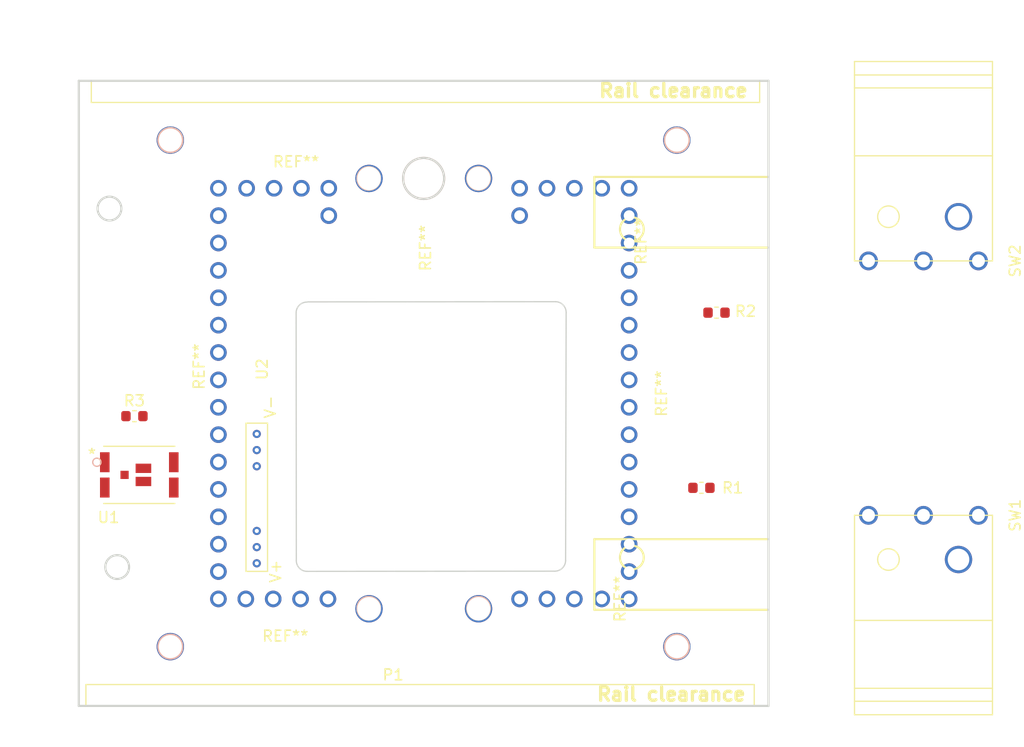
<source format=kicad_pcb>
(kicad_pcb (version 20171130) (host pcbnew 5.1.10-88a1d61d58~88~ubuntu20.04.1)

  (general
    (thickness 1.6002)
    (drawings 52)
    (tracks 0)
    (zones 0)
    (modules 15)
    (nets 9)
  )

  (page A4)
  (layers
    (0 F.Cu signal)
    (31 B.Cu signal)
    (34 B.Paste user)
    (35 F.Paste user)
    (36 B.SilkS user)
    (37 F.SilkS user)
    (38 B.Mask user)
    (39 F.Mask user)
    (44 Edge.Cuts user)
    (45 Margin user)
    (46 B.CrtYd user)
    (47 F.CrtYd user)
    (48 B.Fab user)
    (49 F.Fab user)
  )

  (setup
    (last_trace_width 0.127)
    (user_trace_width 0.2032)
    (user_trace_width 0.254)
    (user_trace_width 0.3048)
    (user_trace_width 0.4064)
    (user_trace_width 0.508)
    (trace_clearance 0.1524)
    (zone_clearance 0.508)
    (zone_45_only no)
    (trace_min 0.127)
    (via_size 0.635)
    (via_drill 0.381)
    (via_min_size 0.635)
    (via_min_drill 0.254)
    (user_via 0.635 0.381)
    (uvia_size 0.635)
    (uvia_drill 0.381)
    (uvias_allowed no)
    (uvia_min_size 0.635)
    (uvia_min_drill 0.254)
    (edge_width 0.05)
    (segment_width 0.2)
    (pcb_text_width 0.3)
    (pcb_text_size 1.5 1.5)
    (mod_edge_width 0.12)
    (mod_text_size 1 1)
    (mod_text_width 0.15)
    (pad_size 2.54 2.54)
    (pad_drill 2.18)
    (pad_to_mask_clearance 0.0127)
    (aux_axis_origin 0 0)
    (visible_elements FFFFFF7F)
    (pcbplotparams
      (layerselection 0x010fc_ffffffff)
      (usegerberextensions false)
      (usegerberattributes true)
      (usegerberadvancedattributes true)
      (creategerberjobfile true)
      (excludeedgelayer true)
      (linewidth 0.100000)
      (plotframeref false)
      (viasonmask false)
      (mode 1)
      (useauxorigin false)
      (hpglpennumber 1)
      (hpglpenspeed 20)
      (hpglpendiameter 15.000000)
      (psnegative false)
      (psa4output false)
      (plotreference true)
      (plotvalue true)
      (plotinvisibletext false)
      (padsonsilk false)
      (subtractmaskfromsilk false)
      (outputformat 1)
      (mirror false)
      (drillshape 1)
      (scaleselection 1)
      (outputdirectory ""))
  )

  (net 0 "")
  (net 1 GND)
  (net 2 /Vcap)
  (net 3 /BURN_SIG)
  (net 4 "Net-(R1-Pad2)")
  (net 5 "Net-(R2-Pad2)")
  (net 6 "Net-(U1-Pad4)")
  (net 7 "Net-(SW1-Pad1)")
  (net 8 "Net-(SW2-Pad1)")

  (net_class Default "This is the default net class."
    (clearance 0.1524)
    (trace_width 0.127)
    (via_dia 0.635)
    (via_drill 0.381)
    (uvia_dia 0.635)
    (uvia_drill 0.381)
    (diff_pair_width 0.127)
    (diff_pair_gap 0.127)
    (add_net /BURN_SIG)
    (add_net /Vcap)
    (add_net GND)
    (add_net "Net-(R1-Pad2)")
    (add_net "Net-(R2-Pad2)")
    (add_net "Net-(SW1-Pad1)")
    (add_net "Net-(SW2-Pad1)")
    (add_net "Net-(U1-Pad4)")
  )

  (module ta-base:switch_right (layer F.Cu) (tedit 60F8E223) (tstamp 60F8D06C)
    (at 216.2 92.2 90)
    (path /60D947AE)
    (fp_text reference SW2 (at 0 8.5 90) (layer F.SilkS)
      (effects (font (size 1 1) (thickness 0.15)))
    )
    (fp_text value SW_SPDT (at 0 -8.5 90) (layer F.Fab)
      (effects (font (size 1 1) (thickness 0.15)))
    )
    (fp_line (start 0 6.4) (end 9.75 6.4) (layer F.SilkS) (width 0.12))
    (fp_line (start 18.5 6.4) (end 18.5 -6.4) (layer F.SilkS) (width 0.12))
    (fp_line (start 9.75 6.4) (end 18.5 6.4) (layer F.SilkS) (width 0.12))
    (fp_line (start 16.05 6.4) (end 16.05 -6.4) (layer F.SilkS) (width 0.12))
    (fp_line (start 9.75 6.4) (end 9.75 -6.4) (layer F.SilkS) (width 0.12))
    (fp_line (start 0 -6.4) (end 0 6.4) (layer F.SilkS) (width 0.12))
    (fp_line (start 17.25 6.4) (end 17.25 -6.4) (layer F.SilkS) (width 0.12))
    (fp_line (start 9.75 -6.4) (end 0 -6.4) (layer F.SilkS) (width 0.12))
    (fp_line (start 18.5 -6.4) (end 9.75 -6.4) (layer F.SilkS) (width 0.12))
    (fp_circle (center 4.1 -3.25) (end 5.1 -3.25) (layer F.SilkS) (width 0.12))
    (pad 5 thru_hole circle (at 4.1 3.25 90) (size 2.54 2.54) (drill 2) (layers *.Cu *.Mask))
    (pad 1 thru_hole circle (at 0 5.1 90) (size 1.74 1.74) (drill 1.2) (layers *.Cu *.Mask)
      (net 8 "Net-(SW2-Pad1)"))
    (pad 3 thru_hole circle (at 0 0 90) (size 1.74 1.74) (drill 1.2) (layers *.Cu *.Mask)
      (net 5 "Net-(R2-Pad2)"))
    (pad 2 thru_hole circle (at 0 -5.1 90) (size 1.74 1.74) (drill 1.2) (layers *.Cu *.Mask)
      (net 2 /Vcap))
  )

  (module ta-base:PinSocket_1x5_right_TartanArtibeus_base_cpy (layer F.Cu) (tedit 5F0F3E30) (tstamp 60F71DE8)
    (at 183.889189 85.458367 270)
    (fp_text reference REF** (at 4.953 -6.096 90) (layer F.SilkS)
      (effects (font (size 1 1) (thickness 0.15)))
    )
    (fp_text value PinSocket_1x5_right_TartanArtibeus (at 0 8.128 90) (layer F.Fab)
      (effects (font (size 1 1) (thickness 0.15)))
    )
    (pad 1 thru_hole circle (at 2.54 5.1562 270) (size 1.54 1.54) (drill 1) (layers *.Cu *.Mask))
    (pad 5 thru_hole circle (at 0 -2.4638 270) (size 1.54 1.54) (drill 1) (layers *.Cu *.Mask))
    (pad 3 thru_hole circle (at 0 2.6162 270) (size 1.54 1.54) (drill 1) (layers *.Cu *.Mask))
    (pad 2 thru_hole circle (at 0 5.1562 270) (size 1.54 1.54) (drill 1) (layers *.Cu *.Mask))
    (pad 4 thru_hole circle (at 0 0.0762 270) (size 1.54 1.54) (drill 1) (layers *.Cu *.Mask))
  )

  (module ta-base:PinSocket_1x5_left_TartanArtibeus_base_cpy (layer F.Cu) (tedit 5F0F3DE6) (tstamp 60F71C7F)
    (at 155.873189 85.458367 90)
    (fp_text reference REF** (at 2.458367 2.126811 180) (layer F.SilkS)
      (effects (font (size 1 1) (thickness 0.15)))
    )
    (fp_text value PinSocket_1x5_left_TartanArtibeus (at 0 8.128 90) (layer F.Fab)
      (effects (font (size 1 1) (thickness 0.15)))
    )
    (pad 1 thru_hole circle (at -2.54 5.1562 90) (size 1.54 1.54) (drill 1) (layers *.Cu *.Mask))
    (pad 5 thru_hole circle (at 0 -2.4638 90) (size 1.54 1.54) (drill 1) (layers *.Cu *.Mask))
    (pad 3 thru_hole circle (at 0 2.6162 90) (size 1.54 1.54) (drill 1) (layers *.Cu *.Mask))
    (pad 2 thru_hole circle (at 0 5.1562 90) (size 1.54 1.54) (drill 1) (layers *.Cu *.Mask))
    (pad 4 thru_hole circle (at 0 0.0762 90) (size 1.54 1.54) (drill 1) (layers *.Cu *.Mask))
  )

  (module ta-base:PinSocket_1x4_TartanArtibeus_base_cpy (layer F.Cu) (tedit 5E8DCF17) (tstamp 60F71B30)
    (at 182.543189 123.558367 90)
    (fp_text reference REF** (at 0 5.5 90) (layer F.SilkS)
      (effects (font (size 1 1) (thickness 0.15)))
    )
    (fp_text value PinSocket_1x4_TartanArtibeus (at 0 -5.5 90) (layer F.Fab)
      (effects (font (size 1 1) (thickness 0.15)))
    )
    (pad 1 thru_hole circle (at 0 3.81 90) (size 1.54 1.54) (drill 1) (layers *.Cu *.Mask))
    (pad 2 thru_hole circle (at 0 1.27 90) (size 1.54 1.54) (drill 1) (layers *.Cu *.Mask))
    (pad 3 thru_hole circle (at 0 -1.27 90) (size 1.54 1.54) (drill 1) (layers *.Cu *.Mask))
    (pad 4 thru_hole circle (at 0 -3.81 90) (size 1.54 1.54) (drill 1) (layers *.Cu *.Mask))
  )

  (module ta-base:PinSocket_1x4_TartanArtibeus_base_cpy (layer F.Cu) (tedit 5E8DCF17) (tstamp 60F71B13)
    (at 157.143189 123.558367 90)
    (fp_text reference REF** (at -3.441633 -0.143189 180) (layer F.SilkS)
      (effects (font (size 1 1) (thickness 0.15)))
    )
    (fp_text value PinSocket_1x4_TartanArtibeus (at 0 -5.5 90) (layer F.Fab)
      (effects (font (size 1 1) (thickness 0.15)))
    )
    (pad 1 thru_hole circle (at 0 3.81 90) (size 1.54 1.54) (drill 1) (layers *.Cu *.Mask))
    (pad 2 thru_hole circle (at 0 1.27 90) (size 1.54 1.54) (drill 1) (layers *.Cu *.Mask))
    (pad 3 thru_hole circle (at 0 -1.27 90) (size 1.54 1.54) (drill 1) (layers *.Cu *.Mask))
    (pad 4 thru_hole circle (at 0 -3.81 90) (size 1.54 1.54) (drill 1) (layers *.Cu *.Mask))
  )

  (module ta-base:PinSocket_1x16_TartanArtibeus_base_cpy (layer F.Cu) (tedit 5E8DCE5C) (tstamp 60F71625)
    (at 188.893189 104.508367 90)
    (fp_text reference REF** (at 0 3 90) (layer F.SilkS)
      (effects (font (size 1 1) (thickness 0.15)))
    )
    (fp_text value PinSocket_1x16_TartanArtibeus (at 0 -3 90) (layer F.Fab)
      (effects (font (size 1 1) (thickness 0.15)))
    )
    (pad 1 thru_hole circle (at -19.05 0 90) (size 1.54 1.54) (drill 1) (layers *.Cu *.Mask))
    (pad 2 thru_hole circle (at -16.51 0 90) (size 1.54 1.54) (drill 1) (layers *.Cu *.Mask))
    (pad 3 thru_hole circle (at -13.97 0 90) (size 1.54 1.54) (drill 1) (layers *.Cu *.Mask))
    (pad 4 thru_hole circle (at -11.43 0 90) (size 1.54 1.54) (drill 1) (layers *.Cu *.Mask))
    (pad 5 thru_hole circle (at -8.89 0 90) (size 1.54 1.54) (drill 1) (layers *.Cu *.Mask))
    (pad 6 thru_hole circle (at -6.35 0 90) (size 1.54 1.54) (drill 1) (layers *.Cu *.Mask))
    (pad 7 thru_hole circle (at -3.81 0 90) (size 1.54 1.54) (drill 1) (layers *.Cu *.Mask))
    (pad 8 thru_hole circle (at -1.27 0 90) (size 1.54 1.54) (drill 1) (layers *.Cu *.Mask))
    (pad 9 thru_hole circle (at 1.27 0 90) (size 1.54 1.54) (drill 1) (layers *.Cu *.Mask))
    (pad 10 thru_hole circle (at 3.81 0 90) (size 1.54 1.54) (drill 1) (layers *.Cu *.Mask))
    (pad 11 thru_hole circle (at 6.35 0 90) (size 1.54 1.54) (drill 1) (layers *.Cu *.Mask))
    (pad 12 thru_hole circle (at 8.89 0 90) (size 1.54 1.54) (drill 1) (layers *.Cu *.Mask))
    (pad 13 thru_hole circle (at 11.43 0 90) (size 1.54 1.54) (drill 1) (layers *.Cu *.Mask))
    (pad 14 thru_hole circle (at 13.97 0 90) (size 1.54 1.54) (drill 1) (layers *.Cu *.Mask))
    (pad 15 thru_hole circle (at 16.51 0 90) (size 1.54 1.54) (drill 1) (layers *.Cu *.Mask))
    (pad 16 thru_hole circle (at 19.05 0 90) (size 1.54 1.54) (drill 1) (layers *.Cu *.Mask))
  )

  (module ta-base:PinSocket_1x16_TartanArtibeus_base_cpy (layer F.Cu) (tedit 5E8DCE5C) (tstamp 60F715D8)
    (at 150.793189 104.508367 90)
    (fp_text reference REF** (at 2.508367 -1.793189 90) (layer F.SilkS)
      (effects (font (size 1 1) (thickness 0.15)))
    )
    (fp_text value PinSocket_1x16_TartanArtibeus (at 0 -3 90) (layer F.Fab)
      (effects (font (size 1 1) (thickness 0.15)))
    )
    (pad 1 thru_hole circle (at -19.05 0 90) (size 1.54 1.54) (drill 1) (layers *.Cu *.Mask))
    (pad 2 thru_hole circle (at -16.51 0 90) (size 1.54 1.54) (drill 1) (layers *.Cu *.Mask))
    (pad 3 thru_hole circle (at -13.97 0 90) (size 1.54 1.54) (drill 1) (layers *.Cu *.Mask))
    (pad 4 thru_hole circle (at -11.43 0 90) (size 1.54 1.54) (drill 1) (layers *.Cu *.Mask))
    (pad 5 thru_hole circle (at -8.89 0 90) (size 1.54 1.54) (drill 1) (layers *.Cu *.Mask))
    (pad 6 thru_hole circle (at -6.35 0 90) (size 1.54 1.54) (drill 1) (layers *.Cu *.Mask))
    (pad 7 thru_hole circle (at -3.81 0 90) (size 1.54 1.54) (drill 1) (layers *.Cu *.Mask))
    (pad 8 thru_hole circle (at -1.27 0 90) (size 1.54 1.54) (drill 1) (layers *.Cu *.Mask))
    (pad 9 thru_hole circle (at 1.27 0 90) (size 1.54 1.54) (drill 1) (layers *.Cu *.Mask))
    (pad 10 thru_hole circle (at 3.81 0 90) (size 1.54 1.54) (drill 1) (layers *.Cu *.Mask))
    (pad 11 thru_hole circle (at 6.35 0 90) (size 1.54 1.54) (drill 1) (layers *.Cu *.Mask))
    (pad 12 thru_hole circle (at 8.89 0 90) (size 1.54 1.54) (drill 1) (layers *.Cu *.Mask))
    (pad 13 thru_hole circle (at 11.43 0 90) (size 1.54 1.54) (drill 1) (layers *.Cu *.Mask))
    (pad 14 thru_hole circle (at 13.97 0 90) (size 1.54 1.54) (drill 1) (layers *.Cu *.Mask))
    (pad 15 thru_hole circle (at 16.51 0 90) (size 1.54 1.54) (drill 1) (layers *.Cu *.Mask))
    (pad 16 thru_hole circle (at 19.05 0 90) (size 1.54 1.54) (drill 1) (layers *.Cu *.Mask))
  )

  (module ta-base:MountingHoles_TartanArtibeus_base_cpy (layer F.Cu) (tedit 60F63539) (tstamp 60F8D3CE)
    (at 169.830489 84.548367 270)
    (fp_text reference REF** (at 6.451633 -0.169511 90) (layer F.SilkS)
      (effects (font (size 1 1) (thickness 0.15)))
    )
    (fp_text value MountingHoles_TartanArtibeus (at 0 -24.0127 90) (layer F.Fab)
      (effects (font (size 1 1) (thickness 0.15)))
    )
    (fp_circle (center 0 0) (end 1.905 0) (layer B.SilkS) (width 0.2))
    (fp_circle (center -3.556 -23.495) (end -2.4511 -23.495) (layer B.SilkS) (width 0.2))
    (fp_circle (center 43.434 23.495) (end 44.5389 23.495) (layer B.SilkS) (width 0.2))
    (fp_circle (center 0 -5.0927) (end 1.0414 -5.0927) (layer B.SilkS) (width 0.2))
    (fp_circle (center 0 5.0927) (end 1.0414 5.0927) (layer B.SilkS) (width 0.2))
    (fp_circle (center 39.878 -5.0927) (end 40.9194 -5.0927) (layer B.SilkS) (width 0.2))
    (fp_circle (center 39.878 5.0927) (end 40.9194 5.0927) (layer B.SilkS) (width 0.2))
    (fp_circle (center -3.556 23.495) (end -2.4511 23.495) (layer B.SilkS) (width 0.2))
    (fp_circle (center 43.434 -23.495) (end 44.5389 -23.495) (layer B.SilkS) (width 0.2))
    (pad 4 thru_hole circle (at 39.92 5.0673 270) (size 2.54 2.54) (drill 2.18) (layers *.Cu *.Mask))
    (pad 3 thru_hole circle (at 0 5.0673 270) (size 2.54 2.54) (drill 2.18) (layers *.Cu *.Mask))
    (pad 2 thru_hole circle (at 39.92 -5.0927 270) (size 2.54 2.54) (drill 2.18) (layers *.Cu *.Mask))
    (pad 1 thru_hole circle (at 0 -5.0927 270) (size 2.54 2.54) (drill 2.18) (layers *.Cu *.Mask))
  )

  (module ta-base:chassis_gnd_screws (layer F.Cu) (tedit 60F8DFA9) (tstamp 60F71173)
    (at 146.33 127.98)
    (path /60D8E9C9)
    (fp_text reference P1 (at 20.67 2.62) (layer F.SilkS)
      (effects (font (size 1 1) (thickness 0.15)))
    )
    (fp_text value Gnd_Screws (at 29.5 8.5) (layer F.Fab)
      (effects (font (size 1 1) (thickness 0.15)))
    )
    (fp_line (start 0 -47) (end 47 -47) (layer F.Fab) (width 3.6))
    (fp_line (start 47 -47) (end 47 0) (layer F.Fab) (width 3.6))
    (fp_line (start 47 0) (end 0 0) (layer F.Fab) (width 3.6))
    (fp_line (start 0 0) (end 0 -47) (layer F.Fab) (width 3.6))
    (pad 4 thru_hole circle (at 46.99 0) (size 2.54 2.54) (drill 2.15) (layers *.Cu *.Mask)
      (net 1 GND))
    (pad 3 thru_hole circle (at 46.99 -46.99) (size 2.54 2.54) (drill 2.15) (layers *.Cu *.Mask)
      (net 1 GND))
    (pad 2 thru_hole circle (at 0 -46.99) (size 2.54 2.54) (drill 2.15) (layers *.Cu *.Mask)
      (net 1 GND))
    (pad 1 thru_hole circle (at 0 0) (size 2.54 2.54) (drill 2.15) (layers *.Cu *.Mask)
      (net 1 GND))
  )

  (module ta-base:R_0603_1608Metric_base_cpy (layer F.Cu) (tedit 5B301BBD) (tstamp 60F36D7D)
    (at 195.6 113.25 180)
    (descr "Resistor SMD 0603 (1608 Metric), square (rectangular) end terminal, IPC_7351 nominal, (Body size source: http://www.tortai-tech.com/upload/download/2011102023233369053.pdf), generated with kicad-footprint-generator")
    (tags resistor)
    (path /60F25155)
    (attr smd)
    (fp_text reference R1 (at -2.8955 0) (layer F.SilkS)
      (effects (font (size 1 1) (thickness 0.15)))
    )
    (fp_text value 100 (at -1.6 1.85) (layer F.Fab)
      (effects (font (size 1 1) (thickness 0.15)))
    )
    (fp_line (start 1.48 0.73) (end -1.48 0.73) (layer F.CrtYd) (width 0.05))
    (fp_line (start 1.48 -0.73) (end 1.48 0.73) (layer F.CrtYd) (width 0.05))
    (fp_line (start -1.48 -0.73) (end 1.48 -0.73) (layer F.CrtYd) (width 0.05))
    (fp_line (start -1.48 0.73) (end -1.48 -0.73) (layer F.CrtYd) (width 0.05))
    (fp_line (start -0.162779 0.51) (end 0.162779 0.51) (layer F.SilkS) (width 0.12))
    (fp_line (start -0.162779 -0.51) (end 0.162779 -0.51) (layer F.SilkS) (width 0.12))
    (fp_line (start 0.8 0.4) (end -0.8 0.4) (layer F.Fab) (width 0.1))
    (fp_line (start 0.8 -0.4) (end 0.8 0.4) (layer F.Fab) (width 0.1))
    (fp_line (start -0.8 -0.4) (end 0.8 -0.4) (layer F.Fab) (width 0.1))
    (fp_line (start -0.8 0.4) (end -0.8 -0.4) (layer F.Fab) (width 0.1))
    (fp_text user %R (at 0 0) (layer F.Fab)
      (effects (font (size 0.4 0.4) (thickness 0.06)))
    )
    (pad 2 smd roundrect (at 0.7875 0 180) (size 0.875 0.95) (layers F.Cu F.Paste F.Mask) (roundrect_rratio 0.25)
      (net 4 "Net-(R1-Pad2)"))
    (pad 1 smd roundrect (at -0.7875 0 180) (size 0.875 0.95) (layers F.Cu F.Paste F.Mask) (roundrect_rratio 0.25)
      (net 1 GND))
    (model ${KISYS3DMOD}/Resistor_SMD.3dshapes/R_0603_1608Metric.wrl
      (at (xyz 0 0 0))
      (scale (xyz 1 1 1))
      (rotate (xyz 0 0 0))
    )
  )

  (module ta-base:R_0603_1608Metric_base_cpy (layer F.Cu) (tedit 5B301BBD) (tstamp 60F36294)
    (at 197 97 180)
    (descr "Resistor SMD 0603 (1608 Metric), square (rectangular) end terminal, IPC_7351 nominal, (Body size source: http://www.tortai-tech.com/upload/download/2011102023233369053.pdf), generated with kicad-footprint-generator")
    (tags resistor)
    (path /60F29ABA)
    (attr smd)
    (fp_text reference R2 (at -2.6925 0.127) (layer F.SilkS)
      (effects (font (size 1 1) (thickness 0.15)))
    )
    (fp_text value 100 (at 0 1.43) (layer F.Fab)
      (effects (font (size 1 1) (thickness 0.15)))
    )
    (fp_line (start 1.48 0.73) (end -1.48 0.73) (layer F.CrtYd) (width 0.05))
    (fp_line (start 1.48 -0.73) (end 1.48 0.73) (layer F.CrtYd) (width 0.05))
    (fp_line (start -1.48 -0.73) (end 1.48 -0.73) (layer F.CrtYd) (width 0.05))
    (fp_line (start -1.48 0.73) (end -1.48 -0.73) (layer F.CrtYd) (width 0.05))
    (fp_line (start -0.162779 0.51) (end 0.162779 0.51) (layer F.SilkS) (width 0.12))
    (fp_line (start -0.162779 -0.51) (end 0.162779 -0.51) (layer F.SilkS) (width 0.12))
    (fp_line (start 0.8 0.4) (end -0.8 0.4) (layer F.Fab) (width 0.1))
    (fp_line (start 0.8 -0.4) (end 0.8 0.4) (layer F.Fab) (width 0.1))
    (fp_line (start -0.8 -0.4) (end 0.8 -0.4) (layer F.Fab) (width 0.1))
    (fp_line (start -0.8 0.4) (end -0.8 -0.4) (layer F.Fab) (width 0.1))
    (fp_text user %R (at 0 0) (layer F.Fab)
      (effects (font (size 0.4 0.4) (thickness 0.06)))
    )
    (pad 2 smd roundrect (at 0.7875 0 180) (size 0.875 0.95) (layers F.Cu F.Paste F.Mask) (roundrect_rratio 0.25)
      (net 5 "Net-(R2-Pad2)"))
    (pad 1 smd roundrect (at -0.7875 0 180) (size 0.875 0.95) (layers F.Cu F.Paste F.Mask) (roundrect_rratio 0.25)
      (net 1 GND))
    (model ${KISYS3DMOD}/Resistor_SMD.3dshapes/R_0603_1608Metric.wrl
      (at (xyz 0 0 0))
      (scale (xyz 1 1 1))
      (rotate (xyz 0 0 0))
    )
  )

  (module ta-base:R_0603_1608Metric_base_cpy (layer F.Cu) (tedit 5B301BBD) (tstamp 60F7FA9A)
    (at 143 106.6)
    (descr "Resistor SMD 0603 (1608 Metric), square (rectangular) end terminal, IPC_7351 nominal, (Body size source: http://www.tortai-tech.com/upload/download/2011102023233369053.pdf), generated with kicad-footprint-generator")
    (tags resistor)
    (path /60C8FF65)
    (attr smd)
    (fp_text reference R3 (at 0 -1.43) (layer F.SilkS)
      (effects (font (size 1 1) (thickness 0.15)))
    )
    (fp_text value 1.5M (at 0 1.43) (layer F.Fab) hide
      (effects (font (size 1 1) (thickness 0.15)))
    )
    (fp_line (start 1.48 0.73) (end -1.48 0.73) (layer F.CrtYd) (width 0.05))
    (fp_line (start 1.48 -0.73) (end 1.48 0.73) (layer F.CrtYd) (width 0.05))
    (fp_line (start -1.48 -0.73) (end 1.48 -0.73) (layer F.CrtYd) (width 0.05))
    (fp_line (start -1.48 0.73) (end -1.48 -0.73) (layer F.CrtYd) (width 0.05))
    (fp_line (start -0.162779 0.51) (end 0.162779 0.51) (layer F.SilkS) (width 0.12))
    (fp_line (start -0.162779 -0.51) (end 0.162779 -0.51) (layer F.SilkS) (width 0.12))
    (fp_line (start 0.8 0.4) (end -0.8 0.4) (layer F.Fab) (width 0.1))
    (fp_line (start 0.8 -0.4) (end 0.8 0.4) (layer F.Fab) (width 0.1))
    (fp_line (start -0.8 -0.4) (end 0.8 -0.4) (layer F.Fab) (width 0.1))
    (fp_line (start -0.8 0.4) (end -0.8 -0.4) (layer F.Fab) (width 0.1))
    (fp_text user %R (at 0 0) (layer F.Fab)
      (effects (font (size 0.4 0.4) (thickness 0.06)))
    )
    (pad 2 smd roundrect (at 0.7875 0) (size 0.875 0.95) (layers F.Cu F.Paste F.Mask) (roundrect_rratio 0.25)
      (net 1 GND))
    (pad 1 smd roundrect (at -0.7875 0) (size 0.875 0.95) (layers F.Cu F.Paste F.Mask) (roundrect_rratio 0.25)
      (net 3 /BURN_SIG))
    (model ${KISYS3DMOD}/Resistor_SMD.3dshapes/R_0603_1608Metric.wrl
      (at (xyz 0 0 0))
      (scale (xyz 1 1 1))
      (rotate (xyz 0 0 0))
    )
  )

  (module ta-base:switch_left (layer F.Cu) (tedit 60F8E1F1) (tstamp 60F94278)
    (at 216.2 115.8 90)
    (path /60D8F90D)
    (fp_text reference SW1 (at 0 8.5 90) (layer F.SilkS)
      (effects (font (size 1 1) (thickness 0.15)))
    )
    (fp_text value SW_SPDT (at 0 -8 90) (layer F.Fab)
      (effects (font (size 1 1) (thickness 0.15)))
    )
    (fp_line (start 0 -6.4) (end -9.75 -6.4) (layer F.SilkS) (width 0.12))
    (fp_line (start -9.75 -6.4) (end -9.75 6.4) (layer F.SilkS) (width 0.12))
    (fp_line (start -9.75 6.4) (end 0 6.4) (layer F.SilkS) (width 0.12))
    (fp_line (start 0 6.4) (end 0 -6.4) (layer F.SilkS) (width 0.12))
    (fp_line (start -9.75 -6.4) (end -18.5 -6.4) (layer F.SilkS) (width 0.12))
    (fp_line (start -18.5 -6.4) (end -18.5 6.4) (layer F.SilkS) (width 0.12))
    (fp_line (start -18.5 6.4) (end -9.75 6.4) (layer F.SilkS) (width 0.12))
    (fp_line (start -17.25 -6.4) (end -17.25 6.4) (layer F.SilkS) (width 0.12))
    (fp_line (start -16.05 -6.4) (end -16.05 6.4) (layer F.SilkS) (width 0.12))
    (fp_circle (center -4.1 -3.25) (end -3.1 -3.25) (layer F.SilkS) (width 0.12))
    (pad 5 thru_hole circle (at -4.1 3.25 90) (size 2.54 2.54) (drill 2) (layers *.Cu *.Mask))
    (pad 1 thru_hole circle (at 0 5.1 90) (size 1.74 1.74) (drill 1.2) (layers *.Cu *.Mask)
      (net 7 "Net-(SW1-Pad1)"))
    (pad 3 thru_hole circle (at 0 0 90) (size 1.74 1.74) (drill 1.2) (layers *.Cu *.Mask)
      (net 4 "Net-(R1-Pad2)"))
    (pad 3 thru_hole circle (at 0 -5.1 90) (size 1.74 1.74) (drill 1.2) (layers *.Cu *.Mask)
      (net 4 "Net-(R1-Pad2)"))
  )

  (module ta-base:BSB008NE2LXXUMA1 (layer F.Cu) (tedit 60F31923) (tstamp 60F362DA)
    (at 143.45 112.05)
    (path /60F5C2F1)
    (fp_text reference U1 (at -2.85 3.95) (layer F.SilkS)
      (effects (font (size 1 1) (thickness 0.15)))
    )
    (fp_text value BSB008NE2LXXUMA1 (at 0 4.5) (layer F.SilkS) hide
      (effects (font (size 1 1) (thickness 0.15)))
    )
    (fp_line (start -3.302 2.6543) (end 3.302 2.6543) (layer F.SilkS) (width 0.12))
    (fp_line (start 3.302 -2.6543) (end -3.302 -2.6543) (layer F.SilkS) (width 0.12))
    (fp_line (start -3.175 2.5273) (end 3.175 2.5273) (layer F.Fab) (width 0.1))
    (fp_line (start 3.175 2.5273) (end 3.175 -2.5273) (layer F.Fab) (width 0.1))
    (fp_line (start 3.175 -2.5273) (end -3.175 -2.5273) (layer F.Fab) (width 0.1))
    (fp_line (start -3.175 -2.5273) (end -3.175 2.5273) (layer F.Fab) (width 0.1))
    (fp_line (start -3.898501 -2.7813) (end -3.898501 2.7813) (layer F.CrtYd) (width 0.05))
    (fp_line (start -3.898501 2.7813) (end 3.898501 2.7813) (layer F.CrtYd) (width 0.05))
    (fp_line (start 3.898501 2.7813) (end 3.898501 -2.7813) (layer F.CrtYd) (width 0.05))
    (fp_line (start 3.898501 -2.7813) (end -3.898501 -2.7813) (layer F.CrtYd) (width 0.05))
    (fp_circle (center -3.200001 -3.08) (end -2.819001 -3.08) (layer F.Fab) (width 0.1))
    (fp_circle (center -3.937 -1.175) (end -3.556 -1.175) (layer B.SilkS) (width 0.12))
    (fp_arc (start -3.937 -1.175) (end -3.937 -1.556) (angle 110.180298) (layer F.SilkS) (width 0.12))
    (fp_text user * (at 0 0) (layer F.Fab)
      (effects (font (size 1 1) (thickness 0.15)))
    )
    (fp_text user * (at -4.4 -1.9) (layer F.SilkS)
      (effects (font (size 1 1) (thickness 0.15)))
    )
    (fp_text user "Copyright 2021 Accelerated Designs. All rights reserved." (at 0 3) (layer Cmts.User)
      (effects (font (size 0.127 0.127) (thickness 0.002)))
    )
    (pad 1 smd rect (at -1.365 0) (size 0.762 0.762) (layers F.Cu F.Paste F.Mask)
      (net 3 /BURN_SIG))
    (pad 3 smd rect (at 0.385 0.610001 90) (size 0.8636 1.4478) (layers F.Cu F.Paste F.Mask)
      (net 1 GND))
    (pad 2 smd rect (at 0.385 -0.610001 90) (size 0.8636 1.4478) (layers F.Cu F.Paste F.Mask)
      (net 1 GND))
    (pad 7 smd rect (at 3.200001 1.174999) (size 0.889 1.8542) (layers F.Cu F.Paste F.Mask)
      (net 6 "Net-(U1-Pad4)"))
    (pad 5 smd rect (at 3.200001 -1.174999) (size 0.889 1.8542) (layers F.Cu F.Paste F.Mask)
      (net 6 "Net-(U1-Pad4)"))
    (pad 6 smd rect (at -3.200001 1.174999) (size 0.889 1.8542) (layers F.Cu F.Paste F.Mask)
      (net 6 "Net-(U1-Pad4)"))
    (pad 4 smd rect (at -3.200001 -1.174999) (size 0.889 1.8542) (layers F.Cu F.Paste F.Mask)
      (net 6 "Net-(U1-Pad4)"))
  )

  (module ta-base:burn_wire (layer F.Cu) (tedit 60F78DE8) (tstamp 60F362E4)
    (at 154.35 111.25 270)
    (path /60F64808)
    (fp_text reference U2 (at -9 -0.5 90) (layer F.SilkS)
      (effects (font (size 1 1) (thickness 0.15)))
    )
    (fp_text value burn_wire (at 3.115 -1.57 90) (layer F.Fab)
      (effects (font (size 1 1) (thickness 0.15)))
    )
    (fp_line (start -4 1) (end -4 -1) (layer F.SilkS) (width 0.12))
    (fp_line (start 9.75 1) (end -4 1) (layer F.SilkS) (width 0.12))
    (fp_line (start 9.75 -1) (end 9.75 1) (layer F.SilkS) (width 0.12))
    (fp_line (start -4 -1) (end 9.75 -1) (layer F.SilkS) (width 0.12))
    (fp_text user V- (at -5.5 -1.25 90) (layer F.SilkS)
      (effects (font (size 1 1) (thickness 0.15)))
    )
    (fp_text user V+ (at 9.75 -1.75 90) (layer F.SilkS)
      (effects (font (size 1 1) (thickness 0.15)))
    )
    (pad 6 thru_hole circle (at -3 0 270) (size 0.762 0.762) (drill 0.381) (layers *.Cu *.Mask)
      (net 6 "Net-(U1-Pad4)"))
    (pad 5 thru_hole circle (at -1.5 0 270) (size 0.762 0.762) (drill 0.381) (layers *.Cu *.Mask)
      (net 6 "Net-(U1-Pad4)"))
    (pad 4 thru_hole circle (at 0 0 270) (size 0.762 0.762) (drill 0.381) (layers *.Cu *.Mask)
      (net 6 "Net-(U1-Pad4)"))
    (pad 3 thru_hole circle (at 9 0 270) (size 0.762 0.762) (drill 0.381) (layers *.Cu *.Mask)
      (net 2 /Vcap))
    (pad 2 thru_hole circle (at 7.5 0 270) (size 0.762 0.762) (drill 0.381) (layers *.Cu *.Mask)
      (net 2 /Vcap))
    (pad 1 thru_hole circle (at 6 0 270) (size 0.762 0.762) (drill 0.381) (layers *.Cu *.Mask)
      (net 2 /Vcap))
  )

  (gr_text "Rail clearance" (at 193 76.4) (layer F.SilkS) (tstamp 60F9AB21)
    (effects (font (size 1.25 1.25) (thickness 0.3)))
  )
  (gr_text "Rail clearance" (at 192.8 132.4) (layer F.SilkS)
    (effects (font (size 1.25 1.25) (thickness 0.3)))
  )
  (gr_line (start 201.821789 118.012867) (end 185.667389 118.012867) (layer F.SilkS) (width 0.2))
  (gr_line (start 158.019224 119.980776) (end 158 97) (layer Edge.Cuts) (width 0.12) (tstamp 60F8D824))
  (gr_line (start 181.980776 120.980776) (end 159 121) (layer Edge.Cuts) (width 0.12) (tstamp 60F8D820))
  (gr_line (start 183.05 97) (end 183 120) (layer Edge.Cuts) (width 0.12) (tstamp 60F8D81D))
  (gr_arc (start 182.05 96.980776) (end 183.05 97) (angle -90) (layer Edge.Cuts) (width 0.12))
  (gr_line (start 159.088448 96) (end 182.069224 95.980776) (layer Edge.Cuts) (width 0.12))
  (gr_arc (start 159 97.019224) (end 159.019224 96.019224) (angle -90) (layer Edge.Cuts) (width 0.12) (tstamp 60F8D784))
  (gr_arc (start 159.019224 120) (end 158.019224 119.980776) (angle -90) (layer Edge.Cuts) (width 0.12) (tstamp 60F8D784))
  (gr_arc (start 182 119.980776) (end 181.980776 120.980776) (angle -90) (layer Edge.Cuts) (width 0.12) (tstamp 60F8D784))
  (gr_line (start 200.5 131.5) (end 200.5 133.5) (layer F.SilkS) (width 0.12) (tstamp 60F8D189))
  (gr_line (start 138.5 133.5) (end 138.5 131.5) (layer F.SilkS) (width 0.12) (tstamp 60F8D188))
  (gr_line (start 138.5 131.5) (end 200.5 131.5) (layer F.SilkS) (width 0.12) (tstamp 60F8D187))
  (gr_line (start 139 77.5) (end 139 75.5) (layer F.SilkS) (width 0.12))
  (gr_line (start 201 77.5) (end 139 77.5) (layer F.SilkS) (width 0.12))
  (gr_line (start 201 75.5) (end 201 77.5) (layer F.SilkS) (width 0.12))
  (gr_circle (center 146.33 127.98) (end 147.33 127.98) (layer F.SilkS) (width 0.12) (tstamp 60F36440))
  (gr_circle (center 158.242 111.506) (end 158.496 112.014) (layer Cmts.User) (width 0.15))
  (gr_circle (center 156.464 110.49) (end 158.242 111.506) (layer Cmts.User) (width 0.15))
  (dimension 10.1854 (width 0.15) (layer Cmts.User)
    (gr_text "10.185 mm" (at 157.130489 112.926367) (layer Cmts.User)
      (effects (font (size 1 1) (thickness 0.15)))
    )
    (feature1 (pts (xy 162.223189 111.626367) (xy 162.223189 112.212788)))
    (feature2 (pts (xy 152.037789 111.626367) (xy 152.037789 112.212788)))
    (crossbar (pts (xy 152.037789 111.626367) (xy 162.223189 111.626367)))
    (arrow1a (pts (xy 162.223189 111.626367) (xy 161.096685 112.212788)))
    (arrow1b (pts (xy 162.223189 111.626367) (xy 161.096685 111.039946)))
    (arrow2a (pts (xy 152.037789 111.626367) (xy 153.164293 112.212788)))
    (arrow2b (pts (xy 152.037789 111.626367) (xy 153.164293 111.039946)))
  )
  (gr_circle (center 134.112 117.348) (end 136.144 116.586) (layer Cmts.User) (width 0.15))
  (gr_circle (center 133.858 115.57) (end 134.112 117.348) (layer Cmts.User) (width 0.15))
  (gr_circle (center 132.588 114.046) (end 133.858 115.57) (layer Cmts.User) (width 0.15))
  (dimension 47.110892 (width 0.15) (layer Cmts.User)
    (gr_text "1.8548 in" (at 179.436759 91.621043 89.72938342) (layer Cmts.User)
      (effects (font (size 1 1) (thickness 0.15)))
    )
    (feature1 (pts (xy 180.625489 115.182367) (xy 180.039075 115.179597)))
    (feature2 (pts (xy 180.848 68.072) (xy 180.261586 68.06923)))
    (crossbar (pts (xy 180.848 68.072) (xy 180.625489 115.182367)))
    (arrow1a (pts (xy 180.625489 115.182367) (xy 180.044395 114.053106)))
    (arrow1b (pts (xy 180.625489 115.182367) (xy 181.217224 114.058646)))
    (arrow2a (pts (xy 180.848 68.072) (xy 180.256265 69.195721)))
    (arrow2b (pts (xy 180.848 68.072) (xy 181.429094 69.201261)))
  )
  (dimension 28.498981 (width 0.15) (layer Cmts.User)
    (gr_text "1.1220 in" (at 203.717218 88.15405 -36.66563548) (layer Cmts.User)
      (effects (font (size 1 1) (thickness 0.15)))
    )
    (feature1 (pts (xy 199.39 70.104) (xy 192.713328 79.072664)))
    (feature2 (pts (xy 222.25 87.122) (xy 215.573328 96.090664)))
    (crossbar (pts (xy 215.923505 95.620276) (xy 193.063505 78.602276)))
    (arrow1a (pts (xy 193.063505 78.602276) (xy 194.31729 78.804573)))
    (arrow1b (pts (xy 193.063505 78.602276) (xy 193.616934 79.745349)))
    (arrow2a (pts (xy 215.923505 95.620276) (xy 215.370076 94.477203)))
    (arrow2b (pts (xy 215.923505 95.620276) (xy 214.66972 95.417979)))
  )
  (dimension 46.99 (width 0.15) (layer Cmts.User)
    (gr_text "1.8500 in" (at 179.294 91.687367 270) (layer Cmts.User)
      (effects (font (size 1 1) (thickness 0.15)))
    )
    (feature1 (pts (xy 180.625489 115.182367) (xy 180.007579 115.182367)))
    (feature2 (pts (xy 180.625489 68.192367) (xy 180.007579 68.192367)))
    (crossbar (pts (xy 180.594 68.192367) (xy 180.594 115.182367)))
    (arrow1a (pts (xy 180.594 115.182367) (xy 180.007579 114.055863)))
    (arrow1b (pts (xy 180.594 115.182367) (xy 181.180421 114.055863)))
    (arrow2a (pts (xy 180.594 68.192367) (xy 180.007579 69.318871)))
    (arrow2b (pts (xy 180.594 68.192367) (xy 181.180421 69.318871)))
  )
  (gr_circle (center 169.830489 84.548367) (end 171.735489 84.548367) (layer Edge.Cuts) (width 0.2))
  (gr_line (start 185.667389 90.961867) (end 185.667389 84.408667) (layer F.SilkS) (width 0.2))
  (gr_line (start 201.821789 84.408667) (end 185.667389 84.408667) (layer F.SilkS) (width 0.2))
  (gr_line (start 201.821789 84.408667) (end 201.821789 75.493267) (layer Edge.Cuts) (width 0.2))
  (gr_line (start 201.821789 133.481467) (end 201.821789 124.566067) (layer Edge.Cuts) (width 0.2))
  (gr_line (start 201.821789 124.566067) (end 185.667389 124.566067) (layer F.SilkS) (width 0.2) (tstamp 60F78B2E))
  (gr_line (start 185.667389 118.012867) (end 185.667389 124.566067) (layer F.SilkS) (width 0.2))
  (gr_circle (center 146.335489 80.992367) (end 147.440389 80.992367) (layer F.SilkS) (width 0.2))
  (gr_circle (center 164.737789 124.426367) (end 165.779189 124.426367) (layer F.SilkS) (width 0.2))
  (gr_circle (center 174.923189 124.426367) (end 175.964589 124.426367) (layer F.SilkS) (width 0.2))
  (gr_line (start 201.821789 118.012867) (end 201.821789 90.961867) (layer Edge.Cuts) (width 0.2))
  (gr_line (start 201.821789 90.961867) (end 185.667389 90.961867) (layer F.SilkS) (width 0.2))
  (gr_circle (center 164.737789 84.548367) (end 165.779189 84.548367) (layer F.SilkS) (width 0.2))
  (gr_circle (center 174.923189 84.548367) (end 175.964589 84.548367) (layer F.SilkS) (width 0.2))
  (gr_line (start 201.821789 90.961867) (end 201.821789 84.408667) (layer Edge.Cuts) (width 0.2))
  (gr_circle (center 189.147189 89.260067) (end 190.252089 89.260067) (layer F.SilkS) (width 0.2) (tstamp 60F369AB))
  (gr_line (start 201.821789 124.566067) (end 201.821789 118.012867) (layer Edge.Cuts) (width 0.2))
  (gr_line (start 201.821789 75.493267) (end 137.839189 75.493267) (layer Edge.Cuts) (width 0.2))
  (gr_line (start 137.839189 75.493267) (end 137.839189 133.481467) (layer Edge.Cuts) (width 0.2))
  (gr_line (start 137.839189 133.481467) (end 201.821789 133.481467) (layer Edge.Cuts) (width 0.2))
  (gr_circle (center 193.325489 80.992367) (end 194.430389 80.992367) (layer F.SilkS) (width 0.2))
  (gr_circle (center 189.147189 119.714667) (end 190.252089 119.714667) (layer F.SilkS) (width 0.2))
  (gr_circle (center 141.4 120.6) (end 142.5049 120.6) (layer Edge.Cuts) (width 0.2))
  (gr_circle (center 140.683989 87.342367) (end 141.788889 87.342367) (layer Edge.Cuts) (width 0.2))
  (gr_circle (center 193.325489 127.982367) (end 194.430389 127.982367) (layer F.SilkS) (width 0.2))

)

</source>
